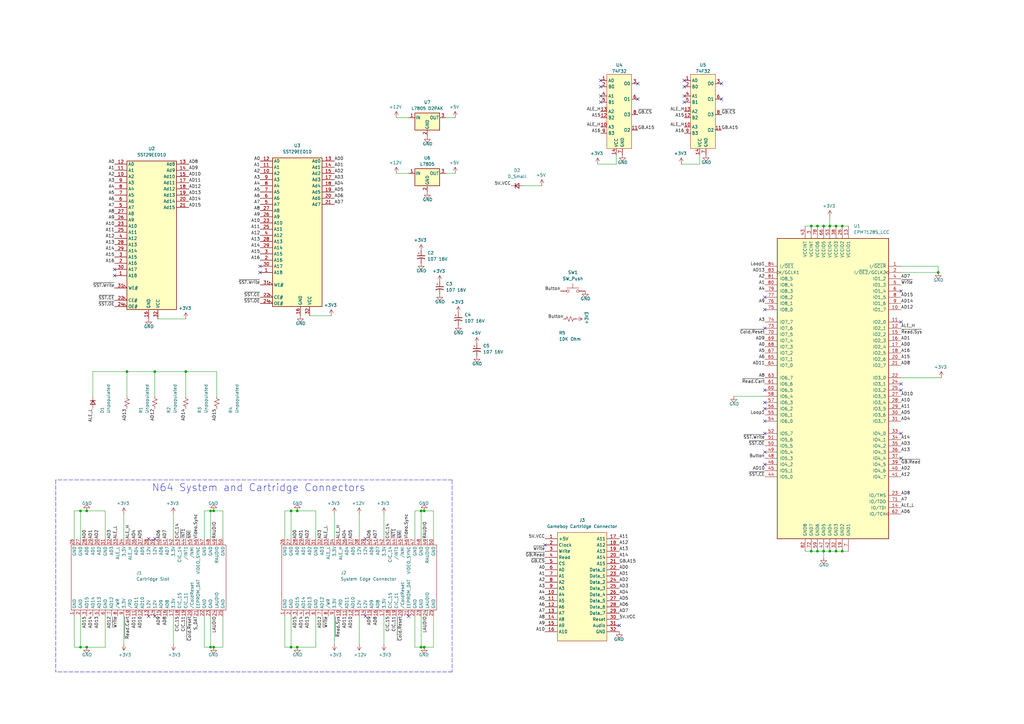
<source format=kicad_sch>
(kicad_sch (version 20231120) (generator "eeschema") (generator_version "8.0")
  (paper "A3")
  (lib_symbols
    (symbol "8bits:EPM7128S_LCC" (pin_names (offset 1.016))
      (property "Reference" "U?" (at 8.3694 53.34 0))
      (property "Value" "EPM7128S_LCC" (at 8.3694 50.8 0))
      (symbol "EPM7128S_LCC_1_1"
        (pin input line (at 27.94 38.1 180) (length 5.08) (name "I/~{GCLR}") (number "1"))
        (pin bidirectional line (at 27.94 20.32 180) (length 5.08) (name "IO1_7") (number "10"))
        (pin bidirectional line (at 27.94 15.24 180) (length 5.08) (name "IO2_0") (number "11"))
        (pin bidirectional line (at 27.94 12.7 180) (length 5.08) (name "IO2_1") (number "12"))
        (pin power_in line (at 6.35 54.61 270) (length 5.08) (name "VCCIO1") (number "13"))
        (pin bidirectional line (at 27.94 -60.96 180) (length 5.08) (name "IO/TDI") (number "14"))
        (pin bidirectional line (at 27.94 10.16 180) (length 5.08) (name "IO2_2") (number "15"))
        (pin bidirectional line (at 27.94 7.62 180) (length 5.08) (name "IO2_3") (number "16"))
        (pin bidirectional line (at 27.94 5.08 180) (length 5.08) (name "IO2_4") (number "17"))
        (pin bidirectional line (at 27.94 2.54 180) (length 5.08) (name "IO2_5") (number "18"))
        (pin power_in line (at 3.81 -78.74 90) (length 5.08) (name "GND2") (number "19"))
        (pin input clock (at 27.94 35.56 180) (length 5.08) (name "I/~{OE2}/GCLK2") (number "2"))
        (pin bidirectional line (at 27.94 0 180) (length 5.08) (name "IO2_6") (number "20"))
        (pin bidirectional line (at 27.94 -2.54 180) (length 5.08) (name "IO2_7") (number "21"))
        (pin bidirectional line (at 27.94 -7.62 180) (length 5.08) (name "IO3_0") (number "22"))
        (pin bidirectional line (at 27.94 -55.88 180) (length 5.08) (name "IO/TMS") (number "23"))
        (pin bidirectional line (at 27.94 -10.16 180) (length 5.08) (name "IO3_1") (number "24"))
        (pin bidirectional line (at 27.94 -12.7 180) (length 5.08) (name "IO3_2") (number "25"))
        (pin power_in line (at 3.81 54.61 270) (length 5.08) (name "VCCIO2") (number "26"))
        (pin bidirectional line (at 27.94 -15.24 180) (length 5.08) (name "IO3_3") (number "27"))
        (pin bidirectional line (at 27.94 -17.78 180) (length 5.08) (name "IO3_4") (number "28"))
        (pin bidirectional line (at 27.94 -20.32 180) (length 5.08) (name "IO3_5") (number "29"))
        (pin power_in line (at -8.89 54.61 270) (length 5.08) (name "VCCINT") (number "3"))
        (pin bidirectional line (at 27.94 -22.86 180) (length 5.08) (name "IO3_6") (number "30"))
        (pin bidirectional line (at 27.94 -25.4 180) (length 5.08) (name "IO3_7") (number "31"))
        (pin power_in line (at 1.27 -78.74 90) (length 5.08) (name "GND3") (number "32"))
        (pin bidirectional line (at 27.94 -30.48 180) (length 5.08) (name "IO4_0") (number "33"))
        (pin bidirectional line (at 27.94 -33.02 180) (length 5.08) (name "IO4_1") (number "34"))
        (pin bidirectional line (at 27.94 -35.56 180) (length 5.08) (name "IO4_2") (number "35"))
        (pin bidirectional line (at 27.94 -38.1 180) (length 5.08) (name "IO4_3") (number "36"))
        (pin bidirectional line (at 27.94 -40.64 180) (length 5.08) (name "IO4_4") (number "37"))
        (pin power_in line (at 1.27 54.61 270) (length 5.08) (name "VCCIO3") (number "38"))
        (pin bidirectional line (at 27.94 -43.18 180) (length 5.08) (name "IO4_5") (number "39"))
        (pin bidirectional line (at 27.94 33.02 180) (length 5.08) (name "IO1_2") (number "4"))
        (pin bidirectional line (at 27.94 -45.72 180) (length 5.08) (name "IO4_6") (number "40"))
        (pin bidirectional line (at 27.94 -48.26 180) (length 5.08) (name "IO4_7") (number "41"))
        (pin power_in line (at -1.27 -78.74 90) (length 5.08) (name "GND4") (number "42"))
        (pin power_in line (at -11.43 54.61 270) (length 5.08) (name "VCCINT") (number "43"))
        (pin bidirectional line (at -27.94 -48.26 0) (length 5.08) (name "IO5_0") (number "44"))
        (pin bidirectional line (at -27.94 -45.72 0) (length 5.08) (name "IO5_1") (number "45"))
        (pin bidirectional line (at -27.94 -43.18 0) (length 5.08) (name "IO4_2") (number "46"))
        (pin power_in line (at -3.81 -78.74 90) (length 5.08) (name "GND5") (number "47"))
        (pin bidirectional line (at -27.94 -40.64 0) (length 5.08) (name "IO5_3") (number "48"))
        (pin bidirectional line (at -27.94 -38.1 0) (length 5.08) (name "IO5_4") (number "49"))
        (pin bidirectional line (at 27.94 30.48 180) (length 5.08) (name "IO1_3") (number "5"))
        (pin bidirectional line (at -27.94 -35.56 0) (length 5.08) (name "IO5_5") (number "50"))
        (pin bidirectional line (at -27.94 -33.02 0) (length 5.08) (name "IO5_6") (number "51"))
        (pin bidirectional line (at -27.94 -30.48 0) (length 5.08) (name "IO5_7") (number "52"))
        (pin power_in line (at -1.27 54.61 270) (length 5.08) (name "VCCIO4") (number "53"))
        (pin bidirectional line (at -27.94 -25.4 0) (length 5.08) (name "IO6_0") (number "54"))
        (pin bidirectional line (at -27.94 -22.86 0) (length 5.08) (name "IO6_1") (number "55"))
        (pin bidirectional line (at -27.94 -20.32 0) (length 5.08) (name "IO6_2") (number "56"))
        (pin bidirectional line (at -27.94 -17.78 0) (length 5.08) (name "IO6_3") (number "57"))
        (pin bidirectional line (at -27.94 -15.24 0) (length 5.08) (name "IO6_4") (number "58"))
        (pin power_in line (at -6.35 -78.74 90) (length 5.08) (name "GND6") (number "59"))
        (pin bidirectional line (at 27.94 27.94 180) (length 5.08) (name "IO1_4") (number "6"))
        (pin bidirectional line (at -27.94 -12.7 0) (length 5.08) (name "IO6_5") (number "60"))
        (pin bidirectional line (at -27.94 -10.16 0) (length 5.08) (name "IO6_6") (number "61"))
        (pin bidirectional clock (at 27.94 -63.5 180) (length 5.08) (name "IO/TCK") (number "62"))
        (pin bidirectional line (at -27.94 -7.62 0) (length 5.08) (name "IO6_7") (number "63"))
        (pin bidirectional line (at -27.94 -2.54 0) (length 5.08) (name "IO7_0") (number "64"))
        (pin bidirectional line (at -27.94 0 0) (length 5.08) (name "IO7_1") (number "65"))
        (pin power_in line (at -3.81 54.61 270) (length 5.08) (name "VCCIO5") (number "66"))
        (pin bidirectional line (at -27.94 2.54 0) (length 5.08) (name "IO7_2") (number "67"))
        (pin bidirectional line (at -27.94 5.08 0) (length 5.08) (name "IO7_3") (number "68"))
        (pin bidirectional line (at -27.94 7.62 0) (length 5.08) (name "IO7_4") (number "69"))
        (pin power_in line (at 6.35 -78.74 90) (length 5.08) (name "GND1") (number "7"))
        (pin bidirectional line (at -27.94 10.16 0) (length 5.08) (name "IO7_5") (number "70"))
        (pin bidirectional line (at 27.94 -58.42 180) (length 5.08) (name "IO/TDO") (number "71"))
        (pin power_in line (at -8.89 -78.74 90) (length 5.08) (name "GND7") (number "72"))
        (pin bidirectional line (at -27.94 12.7 0) (length 5.08) (name "IO7_6") (number "73"))
        (pin bidirectional line (at -27.94 15.24 0) (length 5.08) (name "IO7_7") (number "74"))
        (pin bidirectional line (at -27.94 20.32 0) (length 5.08) (name "IO8_0") (number "75"))
        (pin bidirectional line (at -27.94 22.86 0) (length 5.08) (name "IO8_1") (number "76"))
        (pin bidirectional line (at -27.94 25.4 0) (length 5.08) (name "IO8_2") (number "77"))
        (pin power_in line (at -6.35 54.61 270) (length 5.08) (name "VCCIO6") (number "78"))
        (pin bidirectional line (at -27.94 27.94 0) (length 5.08) (name "IO8_3") (number "79"))
        (pin bidirectional line (at 27.94 25.4 180) (length 5.08) (name "IO1_5") (number "8"))
        (pin bidirectional line (at -27.94 30.48 0) (length 5.08) (name "IO8_4") (number "80"))
        (pin bidirectional line (at -27.94 33.02 0) (length 5.08) (name "IO8_5") (number "81"))
        (pin power_in line (at -11.43 -78.74 90) (length 5.08) (name "GND8") (number "82"))
        (pin input clock (at -27.94 35.56 0) (length 5.08) (name "I/GCLK1") (number "83"))
        (pin input line (at -27.94 38.1 0) (length 5.08) (name "I/~{OE1}") (number "84"))
        (pin bidirectional line (at 27.94 22.86 180) (length 5.08) (name "IO1_6") (number "9"))
      )
    )
    (symbol "Custom_Flash:SST28LF040"
      (property "Reference" "U1" (at 0 38.1 0))
      (property "Value" "SST28LF040" (at 0 35.56 0))
      (symbol "SST28LF040_1_1"
        (pin input line (at -15.24 -15.24 0) (length 5.08) (name "A18") (number "1"))
        (pin input line (at -15.24 25.4 0) (length 5.08) (name "A2") (number "10"))
        (pin input line (at -15.24 27.94 0) (length 5.08) (name "A1") (number "11"))
        (pin input line (at -15.24 30.48 0) (length 5.08) (name "A0") (number "12"))
        (pin tri_state line (at 15.24 30.48 180) (length 5.08) (name "Ad0") (number "13"))
        (pin tri_state line (at 15.24 27.94 180) (length 5.08) (name "Ad1") (number "14"))
        (pin tri_state line (at 15.24 25.4 180) (length 5.08) (name "Ad2") (number "15"))
        (pin power_in line (at 1.27 -33.02 90) (length 3.81) (name "GND") (number "16"))
        (pin tri_state line (at 15.24 22.86 180) (length 5.08) (name "Ad3") (number "17"))
        (pin tri_state line (at 15.24 20.32 180) (length 5.08) (name "Ad4") (number "18"))
        (pin tri_state line (at 15.24 17.78 180) (length 5.08) (name "Ad5") (number "19"))
        (pin input line (at -15.24 -10.16 0) (length 5.08) (name "A16") (number "2"))
        (pin tri_state line (at 15.24 15.24 180) (length 5.08) (name "Ad6") (number "20"))
        (pin tri_state line (at 15.24 12.7 180) (length 5.08) (name "Ad7") (number "21"))
        (pin input input_low (at -15.24 -25.4 0) (length 5.08) (name "CE#") (number "22"))
        (pin input line (at -15.24 5.08 0) (length 5.08) (name "A10") (number "23"))
        (pin input input_low (at -15.24 -27.94 0) (length 5.08) (name "OE#") (number "24"))
        (pin input line (at -15.24 2.54 0) (length 5.08) (name "A11") (number "25"))
        (pin input line (at -15.24 7.62 0) (length 5.08) (name "A9") (number "26"))
        (pin input line (at -15.24 10.16 0) (length 5.08) (name "A8") (number "27"))
        (pin input line (at -15.24 -2.54 0) (length 5.08) (name "A13") (number "28"))
        (pin input line (at -15.24 -5.08 0) (length 5.08) (name "A14") (number "29"))
        (pin input line (at -15.24 -7.62 0) (length 5.08) (name "A15") (number "3"))
        (pin input line (at -15.24 -12.7 0) (length 5.08) (name "A17") (number "30"))
        (pin input input_low (at -15.24 -20.32 0) (length 5.08) (name "WE#") (number "31"))
        (pin power_in line (at 5.08 -33.02 90) (length 3.81) (name "VCC") (number "32"))
        (pin input line (at -15.24 0 0) (length 5.08) (name "A12") (number "4"))
        (pin input line (at -15.24 12.7 0) (length 5.08) (name "A7") (number "5"))
        (pin input line (at -15.24 15.24 0) (length 5.08) (name "A6") (number "6"))
        (pin input line (at -15.24 17.78 0) (length 5.08) (name "A5") (number "7"))
        (pin input line (at -15.24 20.32 0) (length 5.08) (name "A4") (number "8"))
        (pin input line (at -15.24 22.86 0) (length 5.08) (name "A3") (number "9"))
      )
    )
    (symbol "Device:C_Polarized_Small_US" (pin_numbers hide) (pin_names (offset 0.254) hide)
      (property "Reference" "C" (at 0.254 1.778 0))
      (property "Value" "C_Polarized_Small_US" (at 0.254 -2.032 0))
      (symbol "C_Polarized_Small_US_1_1"
        (pin passive line (at 0 2.54 270) (length 2.032) (name "~") (number "1"))
        (pin passive line (at 0 -2.54 90) (length 2.032) (name "~") (number "2"))
      )
    )
    (symbol "Device:D_Small" (pin_numbers hide) (pin_names (offset 0.254) hide)
      (property "Reference" "D" (at -1.27 2.032 0))
      (property "Value" "D_Small" (at -3.81 -2.032 0))
      (symbol "D_Small_1_1"
        (pin passive line (at -2.54 0 0) (length 1.778) (name "K") (number "1"))
        (pin passive line (at 2.54 0 180) (length 1.778) (name "A") (number "2"))
      )
    )
    (symbol "Device:R_Small_US" (pin_numbers hide) (pin_names (offset 0.254) hide)
      (property "Reference" "R" (at 0.762 0.508 0))
      (property "Value" "R_Small_US" (at 0.762 -1.016 0))
      (symbol "R_Small_US_1_1"
        (pin passive line (at 0 2.54 270) (length 1.016) (name "~") (number "1"))
        (pin passive line (at 0 -2.54 90) (length 1.016) (name "~") (number "2"))
      )
    )
    (symbol "GBHunter:74F32"
      (property "Reference" "U5" (at 7.62 6.35 0))
      (property "Value" "74F32" (at 7.62 3.81 0))
      (symbol "74F32_0_0"
        (pin input line (at 0 0 0) (length 2.54) (name "A0") (number "1"))
        (pin input line (at 0 -19.05 0) (length 2.54) (name "A3") (number "10"))
        (pin output line (at 15.24 -20.32 180) (length 2.54) (name "O2") (number "11"))
        (pin input line (at 0 -15.24 0) (length 2.54) (name "B2") (number "12"))
        (pin input line (at 0 -12.7 0) (length 2.54) (name "A2") (number "13"))
        (pin power_in line (at 6.35 -30.48 90) (length 2.54) (name "VCC") (number "14"))
        (pin input line (at 0 -2.54 0) (length 2.54) (name "B0") (number "2"))
        (pin output line (at 15.24 -1.27 180) (length 2.54) (name "O0") (number "3"))
        (pin input line (at 0 -6.35 0) (length 2.54) (name "A1") (number "4"))
        (pin input line (at 0 -8.89 0) (length 2.54) (name "B1") (number "5"))
        (pin output line (at 15.24 -7.62 180) (length 2.54) (name "O1") (number "6"))
        (pin power_in line (at 8.89 -30.48 90) (length 2.54) (name "GND") (number "7"))
        (pin output line (at 15.24 -13.97 180) (length 2.54) (name "O3") (number "8"))
        (pin input line (at 0 -21.59 0) (length 2.54) (name "B3") (number "9"))
      )
    )
    (symbol "Gameboy:Game_Edge_Connector"
      (property "Reference" "J6" (at 0 15.24 0))
      (property "Value" "Game_Edge_Connector" (at 0 12.7 0))
      (symbol "Game_Edge_Connector_1_1"
        (pin power_in line (at -15.24 7.62 0) (length 5.08) (name "+5V") (number "1"))
        (pin bidirectional line (at -15.24 -15.24 0) (length 5.08) (name "A4") (number "10"))
        (pin bidirectional line (at -15.24 -17.78 0) (length 5.08) (name "A5") (number "11"))
        (pin bidirectional line (at -15.24 -20.32 0) (length 5.08) (name "A6") (number "12"))
        (pin bidirectional line (at -15.24 -22.86 0) (length 5.08) (name "A7") (number "13"))
        (pin bidirectional line (at -15.24 -25.4 0) (length 5.08) (name "A8") (number "14"))
        (pin bidirectional line (at -15.24 -27.94 0) (length 5.08) (name "A9") (number "15"))
        (pin bidirectional line (at -15.24 -30.48 0) (length 5.08) (name "A10") (number "16"))
        (pin bidirectional line (at 15.24 7.62 180) (length 5.08) (name "A11") (number "17"))
        (pin bidirectional line (at 15.24 5.08 180) (length 5.08) (name "A12") (number "18"))
        (pin bidirectional line (at 15.24 2.54 180) (length 5.08) (name "A13") (number "19"))
        (pin bidirectional line (at -15.24 5.08 0) (length 5.08) (name "Clock") (number "2"))
        (pin bidirectional line (at 15.24 0 180) (length 5.08) (name "A14") (number "20"))
        (pin bidirectional line (at 15.24 -2.54 180) (length 5.08) (name "A15") (number "21"))
        (pin bidirectional line (at 15.24 -5.08 180) (length 5.08) (name "Data_0") (number "22"))
        (pin bidirectional line (at 15.24 -7.62 180) (length 5.08) (name "Data_1") (number "23"))
        (pin bidirectional line (at 15.24 -10.16 180) (length 5.08) (name "Data_2") (number "24"))
        (pin bidirectional line (at 15.24 -12.7 180) (length 5.08) (name "Data_3") (number "25"))
        (pin bidirectional line (at 15.24 -15.24 180) (length 5.08) (name "Data_4") (number "26"))
        (pin bidirectional line (at 15.24 -17.78 180) (length 5.08) (name "Data_5") (number "27"))
        (pin bidirectional line (at 15.24 -20.32 180) (length 5.08) (name "Data_6") (number "28"))
        (pin bidirectional line (at 15.24 -22.86 180) (length 5.08) (name "Data_7") (number "29"))
        (pin bidirectional line (at -15.24 2.54 0) (length 5.08) (name "Write") (number "3"))
        (pin bidirectional line (at 15.24 -25.4 180) (length 5.08) (name "Reset") (number "30"))
        (pin bidirectional line (at 15.24 -27.94 180) (length 5.08) (name "Audio") (number "31"))
        (pin bidirectional line (at 15.24 -30.48 180) (length 5.08) (name "GND") (number "32"))
        (pin bidirectional line (at -15.24 0 0) (length 5.08) (name "Read") (number "4"))
        (pin bidirectional line (at -15.24 -2.54 0) (length 5.08) (name "CS") (number "5"))
        (pin bidirectional line (at -15.24 -5.08 0) (length 5.08) (name "A0") (number "6"))
        (pin bidirectional line (at -15.24 -7.62 0) (length 5.08) (name "A1") (number "7"))
        (pin bidirectional line (at -15.24 -10.16 0) (length 5.08) (name "A2") (number "8"))
        (pin bidirectional line (at -15.24 -12.7 0) (length 5.08) (name "A3") (number "9"))
      )
    )
    (symbol "N64:Edge_Connector"
      (property "Reference" "U" (at 0 2.54 0))
      (property "Value" "Edge_Connector" (at 0 0 0))
      (symbol "Edge_Connector_1_1"
        (pin power_out line (at -31.75 -15.24 90) (length 2.54) (name "GND") (number "1"))
        (pin output line (at -8.89 -15.24 90) (length 2.54) (name "/RD") (number "10"))
        (pin bidirectional line (at -6.35 -15.24 90) (length 2.54) (name "AD11") (number "11"))
        (pin bidirectional line (at -3.81 -15.24 90) (length 2.54) (name "AD10") (number "12"))
        (pin power_out line (at -1.27 -15.24 90) (length 2.54) (name "12V") (number "13"))
        (pin power_out line (at 1.27 -15.24 90) (length 2.54) (name "12V") (number "14"))
        (pin bidirectional line (at 3.81 -15.24 90) (length 2.54) (name "AD9") (number "15"))
        (pin bidirectional line (at 6.35 -15.24 90) (length 2.54) (name "AD8") (number "16"))
        (pin power_out line (at 8.89 -15.24 90) (length 2.54) (name "3.3V") (number "17"))
        (pin bidirectional line (at 11.43 -15.24 90) (length 2.54) (name "CIC_15") (number "18"))
        (pin bidirectional line (at 13.97 -15.24 90) (length 2.54) (name "CIC_11") (number "19"))
        (pin power_out line (at -29.21 -15.24 90) (length 2.54) (name "GND") (number "2"))
        (pin bidirectional line (at 16.51 -15.24 90) (length 2.54) (name "/ColdReset") (number "20"))
        (pin bidirectional line (at 19.05 -15.24 90) (length 2.54) (name "EEPROM_DAT") (number "21"))
        (pin power_out line (at 21.59 -15.24 90) (length 2.54) (name "GND") (number "22"))
        (pin power_out line (at 24.13 -15.24 90) (length 2.54) (name "GND") (number "23"))
        (pin bidirectional line (at 26.67 -15.24 90) (length 2.54) (name "LAUDIO") (number "24"))
        (pin power_out line (at 29.21 -15.24 90) (length 2.54) (name "GND") (number "25"))
        (pin power_out line (at -31.75 16.51 270) (length 2.54) (name "GND") (number "26"))
        (pin power_out line (at -29.21 16.51 270) (length 2.54) (name "GND") (number "27"))
        (pin bidirectional line (at -26.67 16.51 270) (length 2.54) (name "AD0") (number "28"))
        (pin bidirectional line (at -24.13 16.51 270) (length 2.54) (name "AD1") (number "29"))
        (pin bidirectional line (at -26.67 -15.24 90) (length 2.54) (name "AD15") (number "3"))
        (pin bidirectional line (at -21.59 16.51 270) (length 2.54) (name "AD2") (number "30"))
        (pin power_out line (at -19.05 16.51 270) (length 2.54) (name "GND") (number "31"))
        (pin bidirectional line (at -16.51 16.51 270) (length 2.54) (name "AD3") (number "32"))
        (pin output line (at -13.97 16.51 270) (length 2.54) (name "ALE_L") (number "33"))
        (pin power_out line (at -11.43 16.51 270) (length 2.54) (name "3.3V") (number "34"))
        (pin output line (at -8.89 16.51 270) (length 2.54) (name "ALE_H") (number "35"))
        (pin bidirectional line (at -6.35 16.51 270) (length 2.54) (name "AD4") (number "36"))
        (pin bidirectional line (at -3.81 16.51 270) (length 2.54) (name "AD5") (number "37"))
        (pin power_out line (at -1.27 16.51 270) (length 2.54) (name "12V") (number "38"))
        (pin power_out line (at 1.27 16.51 270) (length 2.54) (name "12V") (number "39"))
        (pin bidirectional line (at -24.13 -15.24 90) (length 2.54) (name "AD14") (number "4"))
        (pin bidirectional line (at 3.81 16.51 270) (length 2.54) (name "AD6") (number "40"))
        (pin bidirectional line (at 6.35 16.51 270) (length 2.54) (name "AD7") (number "41"))
        (pin bidirectional line (at 8.89 16.51 270) (length 2.54) (name "3.3V") (number "42"))
        (pin bidirectional line (at 11.43 16.51 270) (length 2.54) (name "CIC_14") (number "43"))
        (pin bidirectional line (at 13.97 16.51 270) (length 2.54) (name "/INT1") (number "44"))
        (pin bidirectional line (at 16.51 16.51 270) (length 2.54) (name "/NMI") (number "45"))
        (pin bidirectional line (at 19.05 16.51 270) (length 2.54) (name "VIDEO_SYNC") (number "46"))
        (pin power_out line (at 21.59 16.51 270) (length 2.54) (name "GND") (number "47"))
        (pin power_out line (at 24.13 16.51 270) (length 2.54) (name "GND") (number "48"))
        (pin bidirectional line (at 26.67 16.51 270) (length 2.54) (name "RAUDIO") (number "49"))
        (pin bidirectional line (at -21.59 -15.24 90) (length 2.54) (name "AD13") (number "5"))
        (pin power_out line (at 29.21 16.51 270) (length 2.54) (name "GND") (number "50"))
        (pin power_out line (at -19.05 -15.24 90) (length 2.54) (name "GND") (number "6"))
        (pin bidirectional line (at -16.51 -15.24 90) (length 2.54) (name "AD12") (number "7"))
        (pin output line (at -13.97 -15.24 90) (length 2.54) (name "/WR") (number "8"))
        (pin power_out line (at -11.43 -15.24 90) (length 2.54) (name "3.3V") (number "9"))
      )
    )
    (symbol "Regulator_Linear:L7805" (pin_names (offset 0.254))
      (property "Reference" "U" (at -3.81 3.175 0))
      (property "Value" "L7805" (at 0 3.175 0))
      (symbol "L7805_1_1"
        (pin power_in line (at -7.62 0 0) (length 2.54) (name "IN") (number "1"))
        (pin power_in line (at 0 -7.62 90) (length 2.54) (name "GND") (number "2"))
        (pin power_out line (at 7.62 0 180) (length 2.54) (name "OUT") (number "3"))
      )
    )
    (symbol "SST28LF040_1"
      (property "Reference" "U2" (at 0 38.1 0))
      (property "Value" "SST28LF040" (at 0 35.56 0))
      (symbol "SST28LF040_1_1_1"
        (pin input line (at -15.24 -15.24 0) (length 5.08) (name "A18") (number "1"))
        (pin input line (at -15.24 25.4 0) (length 5.08) (name "A2") (number "10"))
        (pin input line (at -15.24 27.94 0) (length 5.08) (name "A1") (number "11"))
        (pin input line (at -15.24 30.48 0) (length 5.08) (name "A0") (number "12"))
        (pin tri_state line (at 15.24 30.48 180) (length 5.08) (name "Ad8") (number "13"))
        (pin tri_state line (at 15.24 27.94 180) (length 5.08) (name "Ad9") (number "14"))
        (pin tri_state line (at 15.24 25.4 180) (length 5.08) (name "Ad10") (number "15"))
        (pin power_in line (at -1.27 -33.02 90) (length 3.81) (name "GND") (number "16"))
        (pin tri_state line (at 15.24 22.86 180) (length 5.08) (name "Ad11") (number "17"))
        (pin tri_state line (at 15.24 20.32 180) (length 5.08) (name "Ad12") (number "18"))
        (pin tri_state line (at 15.24 17.78 180) (length 5.08) (name "Ad13") (number "19"))
        (pin input line (at -15.24 -10.16 0) (length 5.08) (name "A16") (number "2"))
        (pin tri_state line (at 15.24 15.24 180) (length 5.08) (name "Ad14") (number "20"))
        (pin tri_state line (at 15.24 12.7 180) (length 5.08) (name "Ad15") (number "21"))
        (pin input input_low (at -15.24 -25.4 0) (length 5.08) (name "CE#") (number "22"))
        (pin input line (at -15.24 5.08 0) (length 5.08) (name "A10") (number "23"))
        (pin input input_low (at -15.24 -27.94 0) (length 5.08) (name "OE#") (number "24"))
        (pin input line (at -15.24 2.54 0) (length 5.08) (name "A11") (number "25"))
        (pin input line (at -15.24 7.62 0) (length 5.08) (name "A9") (number "26"))
        (pin input line (at -15.24 10.16 0) (length 5.08) (name "A8") (number "27"))
        (pin input line (at -15.24 -2.54 0) (length 5.08) (name "A13") (number "28"))
        (pin input line (at -15.24 -5.08 0) (length 5.08) (name "A14") (number "29"))
        (pin input line (at -15.24 -7.62 0) (length 5.08) (name "A15") (number "3"))
        (pin input line (at -15.24 -12.7 0) (length 5.08) (name "A17") (number "30"))
        (pin input input_low (at -15.24 -20.32 0) (length 5.08) (name "WE#") (number "31"))
        (pin power_in line (at 2.54 -33.02 90) (length 3.81) (name "VCC") (number "32"))
        (pin input line (at -15.24 0 0) (length 5.08) (name "A12") (number "4"))
        (pin input line (at -15.24 12.7 0) (length 5.08) (name "A7") (number "5"))
        (pin input line (at -15.24 15.24 0) (length 5.08) (name "A6") (number "6"))
        (pin input line (at -15.24 17.78 0) (length 5.08) (name "A5") (number "7"))
        (pin input line (at -15.24 20.32 0) (length 5.08) (name "A4") (number "8"))
        (pin input line (at -15.24 22.86 0) (length 5.08) (name "A3") (number "9"))
      )
    )
    (symbol "Switch:SW_Push" (pin_numbers hide) (pin_names (offset 1.016) hide)
      (property "Reference" "SW" (at 1.27 2.54 0))
      (property "Value" "SW_Push" (at 0 -1.524 0))
      (symbol "SW_Push_0_1"
        (pin passive line (at -5.08 0 0) (length 2.54) (name "1") (number "1"))
        (pin passive line (at 5.08 0 180) (length 2.54) (name "2") (number "2"))
      )
    )
    (symbol "power:+3V3" (power) (pin_names (offset 0))
      (property "Value" "+3V3" (at 0 3.556 0))
      (symbol "+3V3_1_1"
        (pin power_in line (at 0 0 90) (length 0) hide (name "+3V3") (number "1"))
      )
    )
    (symbol "power:GND" (power) (pin_names (offset 0))
      (property "Value" "GND" (at 0 -3.81 0))
      (symbol "GND_1_1"
        (pin power_in line (at 0 0 270) (length 0) hide (name "GND") (number "1"))
      )
    )
  )
  (junction (at 340.36 226.06))
  (junction (at 384.81 111.76))
  (junction (at 345.44 226.06))
  (junction (at 33.02 265.43))
  (junction (at 33.02 209.55))
  (junction (at 35.56 209.55))
  (junction (at 345.44 92.71))
  (junction (at 52.07 152.4))
  (junction (at 86.36 265.43))
  (junction (at 86.36 209.55))
  (junction (at 337.82 226.06))
  (junction (at 342.9 92.71))
  (junction (at 121.92 265.43))
  (junction (at 76.2 152.4))
  (junction (at 332.74 92.71))
  (junction (at 63.5 152.4))
  (junction (at 172.72 209.55))
  (junction (at 337.82 92.71))
  (junction (at 332.74 226.06))
  (junction (at 173.99 265.43))
  (junction (at 121.92 209.55))
  (junction (at 340.36 92.71))
  (junction (at 119.38 265.43))
  (junction (at 87.63 265.43))
  (junction (at 342.9 226.06))
  (junction (at 35.56 265.43))
  (junction (at 173.99 209.55))
  (junction (at 335.28 92.71))
  (junction (at 335.28 226.06))
  (junction (at 119.38 209.55))
  (junction (at 172.72 265.43))
  (junction (at 87.63 209.55))
  (no_connect (at 246.38 35.56))
  (no_connect (at 295.91 34.29))
  (no_connect (at 280.67 39.37))
  (no_connect (at 295.91 40.64))
  (no_connect (at 254 256.54))
  (no_connect (at 369.57 132.08))
  (no_connect (at 60.96 252.73))
  (no_connect (at 313.69 185.42))
  (no_connect (at 246.38 33.02))
  (no_connect (at 223.52 223.52))
  (no_connect (at 313.69 127))
  (no_connect (at 369.57 160.02))
  (no_connect (at 46.99 113.03))
  (no_connect (at 149.86 252.73))
  (no_connect (at 313.69 177.8))
  (no_connect (at 246.38 41.91))
  (no_connect (at 313.69 160.02))
  (no_connect (at 313.69 167.64))
  (no_connect (at 167.64 252.73))
  (no_connect (at 106.68 109.22))
  (no_connect (at 280.67 33.02))
  (no_connect (at 261.62 40.64))
  (no_connect (at 313.69 190.5))
  (no_connect (at 63.5 220.98))
  (no_connect (at 313.69 121.92))
  (no_connect (at 369.57 177.8))
  (no_connect (at 369.57 187.96))
  (no_connect (at 369.57 119.38))
  (no_connect (at 280.67 35.56))
  (no_connect (at 106.68 111.76))
  (no_connect (at 46.99 110.49))
  (no_connect (at 149.86 220.98))
  (no_connect (at 313.69 134.62))
  (no_connect (at 369.57 157.48))
  (no_connect (at 313.69 165.1))
  (no_connect (at 63.5 252.73))
  (no_connect (at 280.67 41.91))
  (no_connect (at 261.62 34.29))
  (no_connect (at 313.69 172.72))
  (no_connect (at 60.96 220.98))
  (no_connect (at 246.38 39.37))
  (wire (pts (xy 43.18 265.43) (xy 43.18 252.73)))
  (wire (pts (xy 63.5 152.4) (xy 63.5 162.56)))
  (polyline (pts (xy 185.42 196.85) (xy 22.86 196.85)) (stroke (width 0) (type dash)))
  (wire (pts (xy 170.18 265.43) (xy 172.72 265.43)))
  (wire (pts (xy 342.9 92.71) (xy 345.44 92.71)))
  (wire (pts (xy 177.8 220.98) (xy 177.8 209.55)))
  (wire (pts (xy 172.72 209.55) (xy 173.99 209.55)))
  (wire (pts (xy 76.2 152.4) (xy 76.2 162.56)))
  (polyline (pts (xy 185.42 196.85) (xy 185.42 275.59)) (stroke (width 0) (type dash)))
  (wire (pts (xy 86.36 220.98) (xy 86.36 209.55)))
  (wire (pts (xy 172.72 265.43) (xy 173.99 265.43)))
  (wire (pts (xy 35.56 265.43) (xy 43.18 265.43)))
  (wire (pts (xy 332.74 226.06) (xy 335.28 226.06)))
  (wire (pts (xy 335.28 92.71) (xy 337.82 92.71)))
  (wire (pts (xy 33.02 209.55) (xy 33.02 220.98)))
  (wire (pts (xy 345.44 226.06) (xy 347.98 226.06)))
  (wire (pts (xy 119.38 209.55) (xy 121.92 209.55)))
  (wire (pts (xy 121.92 265.43) (xy 129.54 265.43)))
  (wire (pts (xy 252.73 63.5) (xy 252.73 67.31)))
  (wire (pts (xy 340.36 226.06) (xy 342.9 226.06)))
  (wire (pts (xy 91.44 252.73) (xy 91.44 265.43)))
  (wire (pts (xy 33.02 209.55) (xy 35.56 209.55)))
  (wire (pts (xy 345.44 92.71) (xy 347.98 92.71)))
  (wire (pts (xy 162.56 71.12) (xy 167.64 71.12)))
  (wire (pts (xy 71.12 210.82) (xy 71.12 220.98)))
  (wire (pts (xy 119.38 252.73) (xy 119.38 265.43)))
  (wire (pts (xy 71.12 252.73) (xy 71.12 264.16)))
  (wire (pts (xy 52.07 152.4) (xy 52.07 162.56)))
  (wire (pts (xy 43.18 209.55) (xy 43.18 220.98)))
  (wire (pts (xy 30.48 265.43) (xy 33.02 265.43)))
  (wire (pts (xy 173.99 265.43) (xy 177.8 265.43)))
  (wire (pts (xy 38.1 162.56) (xy 38.1 152.4)))
  (wire (pts (xy 86.36 265.43) (xy 87.63 265.43)))
  (wire (pts (xy 116.84 209.55) (xy 116.84 220.98)))
  (wire (pts (xy 121.92 209.55) (xy 129.54 209.55)))
  (wire (pts (xy 50.8 220.98) (xy 50.8 210.82)))
  (wire (pts (xy 147.32 252.73) (xy 147.32 264.16)))
  (wire (pts (xy 38.1 152.4) (xy 52.07 152.4)))
  (wire (pts (xy 116.84 209.55) (xy 119.38 209.55)))
  (wire (pts (xy 157.48 252.73) (xy 157.48 264.16)))
  (wire (pts (xy 287.02 63.5) (xy 287.02 67.31)))
  (wire (pts (xy 330.2 226.06) (xy 332.74 226.06)))
  (wire (pts (xy 157.48 210.82) (xy 157.48 220.98)))
  (wire (pts (xy 116.84 265.43) (xy 119.38 265.43)))
  (wire (pts (xy 63.5 152.4) (xy 76.2 152.4)))
  (wire (pts (xy 252.73 67.31) (xy 245.11 67.31)))
  (wire (pts (xy 147.32 220.98) (xy 147.32 210.82)))
  (wire (pts (xy 162.56 48.26) (xy 167.64 48.26)))
  (wire (pts (xy 337.82 226.06) (xy 337.82 228.6)))
  (wire (pts (xy 116.84 265.43) (xy 116.84 252.73)))
  (wire (pts (xy 64.77 130.81) (xy 76.2 130.81)))
  (wire (pts (xy 182.88 71.12) (xy 186.69 71.12)))
  (wire (pts (xy 369.57 154.94) (xy 386.08 154.94)))
  (wire (pts (xy 87.63 265.43) (xy 91.44 265.43)))
  (wire (pts (xy 119.38 265.43) (xy 121.92 265.43)))
  (wire (pts (xy 172.72 252.73) (xy 172.72 265.43)))
  (wire (pts (xy 177.8 252.73) (xy 177.8 265.43)))
  (wire (pts (xy 129.54 265.43) (xy 129.54 252.73)))
  (polyline (pts (xy 22.86 196.85) (xy 22.86 275.59)) (stroke (width 0) (type dash)))
  (wire (pts (xy 30.48 209.55) (xy 30.48 220.98)))
  (wire (pts (xy 287.02 67.31) (xy 279.4 67.31)))
  (wire (pts (xy 332.74 92.71) (xy 335.28 92.71)))
  (wire (pts (xy 384.81 109.22) (xy 384.81 111.76)))
  (wire (pts (xy 87.63 209.55) (xy 91.44 209.55)))
  (wire (pts (xy 170.18 209.55) (xy 172.72 209.55)))
  (wire (pts (xy 340.36 92.71) (xy 342.9 92.71)))
  (wire (pts (xy 342.9 226.06) (xy 345.44 226.06)))
  (wire (pts (xy 337.82 226.06) (xy 340.36 226.06)))
  (wire (pts (xy 83.82 265.43) (xy 86.36 265.43)))
  (wire (pts (xy 369.57 111.76) (xy 384.81 111.76)))
  (polyline (pts (xy 185.42 275.59) (xy 22.86 275.59)) (stroke (width 0) (type dash)))
  (wire (pts (xy 172.72 220.98) (xy 172.72 209.55)))
  (wire (pts (xy 127 129.54) (xy 135.89 129.54)))
  (wire (pts (xy 83.82 220.98) (xy 83.82 209.55)))
  (wire (pts (xy 182.88 48.26) (xy 186.69 48.26)))
  (wire (pts (xy 214.63 76.2) (xy 222.25 76.2)))
  (wire (pts (xy 76.2 152.4) (xy 88.9 152.4)))
  (wire (pts (xy 83.82 209.55) (xy 86.36 209.55)))
  (wire (pts (xy 86.36 252.73) (xy 86.36 265.43)))
  (wire (pts (xy 33.02 252.73) (xy 33.02 265.43)))
  (wire (pts (xy 86.36 209.55) (xy 87.63 209.55)))
  (wire (pts (xy 340.36 88.9) (xy 340.36 92.71)))
  (wire (pts (xy 119.38 209.55) (xy 119.38 220.98)))
  (wire (pts (xy 137.16 252.73) (xy 137.16 264.16)))
  (wire (pts (xy 335.28 226.06) (xy 337.82 226.06)))
  (wire (pts (xy 30.48 265.43) (xy 30.48 252.73)))
  (wire (pts (xy 35.56 209.55) (xy 43.18 209.55)))
  (wire (pts (xy 52.07 152.4) (xy 63.5 152.4)))
  (wire (pts (xy 83.82 252.73) (xy 83.82 265.43)))
  (wire (pts (xy 337.82 92.71) (xy 340.36 92.71)))
  (wire (pts (xy 170.18 220.98) (xy 170.18 209.55)))
  (wire (pts (xy 33.02 265.43) (xy 35.56 265.43)))
  (wire (pts (xy 88.9 152.4) (xy 88.9 162.56)))
  (wire (pts (xy 30.48 209.55) (xy 33.02 209.55)))
  (wire (pts (xy 50.8 252.73) (xy 50.8 264.16)))
  (wire (pts (xy 300.99 162.56) (xy 313.69 162.56)))
  (wire (pts (xy 369.57 109.22) (xy 384.81 109.22)))
  (wire (pts (xy 170.18 252.73) (xy 170.18 265.43)))
  (wire (pts (xy 129.54 209.55) (xy 129.54 220.98)))
  (wire (pts (xy 137.16 220.98) (xy 137.16 210.82)))
  (wire (pts (xy 330.2 92.71) (xy 332.74 92.71)))
  (wire (pts (xy 91.44 220.98) (xy 91.44 209.55)))
  (wire (pts (xy 173.99 209.55) (xy 177.8 209.55)))
  (text "N64 System and Cartridge Connectors" (at 62.23 201.93 0) (effects (font (size 2.9972 2.9972)) (justify left bottom)))
  (label "A12" (at 106.68 96.52 180))
  (label "AD6" (at 66.04 220.98 90))
  (label "AD4" (at 142.24 220.98 90))
  (label "~{Write}" (at 369.57 116.84 0))
  (label "AD6" (at 254 248.92 0))
  (label "A14" (at 46.99 102.87 180))
  (label "~{Cold.Reset}" (at 78.74 252.73 270))
  (label "A2" (at 223.52 238.76 180))
  (label "AD15" (at 35.56 252.73 270))
  (label "AD10" (at 369.57 162.56 0))
  (label "CIC.14" (at 73.66 220.98 90))
  (label "AD4" (at 369.57 172.72 0))
  (label "A9" (at 46.99 90.17 180))
  (label "A7" (at 106.68 83.82 180))
  (label "GB.A15" (at 261.62 53.34 0))
  (label "5V.VCC" (at 223.52 220.98 180))
  (label "AD7" (at 254 251.46 0))
  (label "ALE_H" (at 280.67 52.07 180))
  (label "AD11" (at 142.24 252.73 270))
  (label "AD5" (at 58.42 220.98 90))
  (label "AD6" (at 369.57 210.82 0))
  (label "AD3" (at 254 241.3 0))
  (label "A13" (at 106.68 99.06 180))
  (label "A15" (at 106.68 104.14 180))
  (label "5V.VCC" (at 254 254 0))
  (label "A1" (at 106.68 68.58 180))
  (label "A11" (at 254 220.98 0))
  (label "ALE_H" (at 139.7 220.98 90))
  (label "AD0" (at 369.57 142.24 0))
  (label "A15" (at 246.38 48.26 180))
  (label "AD10" (at 144.78 252.73 270))
  (label "~{Read.Cart}" (at 53.34 252.73 270))
  (label "A16" (at 246.38 54.61 180))
  (label "ALE_L" (at 134.62 220.98 90))
  (label "~{Cold.Reset}" (at 165.1 252.73 270))
  (label "A3" (at 223.52 241.3 180))
  (label "~{Write}" (at 223.52 226.06 180))
  (label "AD14" (at 76.2 167.64 270))
  (label "A9" (at 313.69 124.46 180))
  (label "AD14" (at 38.1 252.73 270))
  (label "A10" (at 46.99 92.71 180))
  (label "~{Read.Cart}" (at 313.69 157.48 180))
  (label "~{SST.OE}" (at 46.99 125.73 180))
  (label "AD14" (at 124.46 252.73 270))
  (label "AD5" (at 254 246.38 0))
  (label "~{NMI}" (at 165.1 220.98 90))
  (label "~{Read.Sys}" (at 139.7 252.73 270))
  (label "AD13" (at 40.64 252.73 270))
  (label "~{INT1}" (at 76.2 220.98 90))
  (label "AD3" (at 45.72 220.98 90))
  (label "AD11" (at 313.69 149.86 180))
  (label "A16" (at 280.67 54.61 180))
  (label "AD1" (at 124.46 220.98 90))
  (label "A8" (at 46.99 87.63 180))
  (label "A6" (at 223.52 248.92 180))
  (label "A11" (at 46.99 95.25 180))
  (label "A12" (at 254 223.52 0))
  (label "AD13" (at 77.47 80.01 0))
  (label "A1" (at 313.69 116.84 180))
  (label "~{GB.CS}" (at 261.62 46.99 0))
  (label "A8" (at 313.69 154.94 180))
  (label "AD10" (at 77.47 72.39 0))
  (label "Button" (at 229.87 119.38 180))
  (label "A4" (at 46.99 77.47 180))
  (label "ALE_H" (at 246.38 45.72 180))
  (label "AD10" (at 313.69 193.04 180))
  (label "A10" (at 223.52 259.08 180))
  (label "AD11" (at 55.88 252.73 270))
  (label "Loop1" (at 313.69 109.22 180))
  (label "AD0" (at 137.16 66.04 0))
  (label "LAUDIO" (at 175.26 252.73 270))
  (label "AD14" (at 77.47 82.55 0))
  (label "AD13" (at 127 252.73 270))
  (label "~{Read.Sys}" (at 369.57 137.16 0))
  (label "AD2" (at 40.64 220.98 90))
  (label "AD3" (at 369.57 182.88 0))
  (label "AD0" (at 254 233.68 0))
  (label "AD14" (at 369.57 124.46 0))
  (label "A10" (at 369.57 165.1 0))
  (label "A11" (at 369.57 167.64 0))
  (label "A6" (at 313.69 147.32 180))
  (label "ALE_L" (at 48.26 220.98 90))
  (label "A12" (at 369.57 195.58 0))
  (label "~{SST.Write}" (at 46.99 118.11 180))
  (label "AD6" (at 152.4 220.98 90))
  (label "AD8" (at 77.47 67.31 0))
  (label "A8" (at 106.68 86.36 180))
  (label "AD9" (at 152.4 252.73 270))
  (label "A0" (at 106.68 66.04 180))
  (label "ALE_H" (at 280.67 45.72 180))
  (label "A13" (at 46.99 100.33 180))
  (label "A15" (at 46.99 105.41 180))
  (label "ALE_L" (at 369.57 208.28 0))
  (label "A11" (at 106.68 93.98 180))
  (label "AD2" (at 369.57 193.04 0))
  (label "AD12" (at 369.57 127 0))
  (label "A8" (at 223.52 254 180))
  (label "AD12" (at 77.47 77.47 0))
  (label "AD8" (at 154.94 252.73 270))
  (label "A4" (at 313.69 119.38 180))
  (label "A13" (at 254 226.06 0))
  (label "AD3" (at 132.08 220.98 90))
  (label "~{GB.CS}" (at 223.52 231.14 180))
  (label "~{SST.Write}" (at 106.68 116.84 180))
  (label "~{INT1}" (at 162.56 220.98 90))
  (label "AD8" (at 369.57 203.2 0))
  (label "ALE_H" (at 369.57 134.62 0))
  (label "AD0" (at 35.56 220.98 90))
  (label "AD4" (at 254 243.84 0))
  (label "A15" (at 280.67 48.26 180))
  (label "A1" (at 46.99 69.85 180))
  (label "AD1" (at 369.57 139.7 0))
  (label "AD8" (at 68.58 252.73 270))
  (label "A9" (at 223.52 256.54 180))
  (label "~{SST.CE}" (at 46.99 123.19 180))
  (label "LAUDIO" (at 88.9 252.73 270))
  (label "A16" (at 46.99 107.95 180))
  (label "~{Write}" (at 134.62 252.73 270))
  (label "AD11" (at 77.47 74.93 0))
  (label "AD12" (at 63.5 167.64 270))
  (label "A5" (at 313.69 144.78 180))
  (label "A3" (at 46.99 74.93 180))
  (label "A14" (at 369.57 180.34 0))
  (label "~{SST.OE}" (at 313.69 182.88 180))
  (label "AD3" (at 137.16 73.66 0))
  (label "AD13" (at 313.69 111.76 180))
  (label "~{SST.OE}" (at 106.68 124.46 180))
  (label "CIC.11" (at 162.56 252.73 270))
  (label "RAUDIO" (at 88.9 220.98 90))
  (label "AD1" (at 137.16 68.58 0))
  (label "AD1" (at 38.1 220.98 90))
  (label "AD15" (at 369.57 121.92 0))
  (label "ALE_H" (at 53.34 220.98 90))
  (label "A9" (at 106.68 88.9 180))
  (label "RAUDIO" (at 175.26 220.98 90))
  (label "~{Cold.Reset}" (at 313.69 137.16 180))
  (label "A14" (at 106.68 101.6 180))
  (label "AD15" (at 121.92 252.73 270))
  (label "AD9" (at 66.04 252.73 270))
  (label "A7" (at 46.99 85.09 180))
  (label "A3" (at 106.68 73.66 180))
  (label "~{GB.CS}" (at 295.91 46.99 0))
  (label "~{Write}" (at 48.26 252.73 270))
  (label "Button" (at 313.69 187.96 180))
  (label "AD1" (at 254 236.22 0))
  (label "A0" (at 46.99 67.31 180))
  (label "AD8" (at 369.57 149.86 0))
  (label "S_DAT" (at 81.28 252.73 270))
  (label "AD12" (at 45.72 252.73 270))
  (label "AD5" (at 137.16 78.74 0))
  (label "A2" (at 106.68 71.12 180))
  (label "A3" (at 313.69 132.08 180))
  (label "A15" (at 369.57 147.32 0))
  (label "AD7" (at 369.57 114.3 0))
  (label "A4" (at 106.68 76.2 180))
  (label "AD15" (at 77.47 85.09 0))
  (label "CIC.15" (at 160.02 252.73 270))
  (label "AD7" (at 137.16 83.82 0))
  (label "AD10" (at 58.42 252.73 270))
  (label "CIC.14" (at 160.02 220.98 90))
  (label "AD4" (at 137.16 76.2 0))
  (label "GB.A15" (at 254 231.14 0))
  (label "A5" (at 223.52 246.38 180))
  (label "AD7" (at 68.58 220.98 90))
  (label "A13" (at 369.57 185.42 0))
  (label "~{GB.Read}" (at 369.57 190.5 0))
  (label "ALE_L" (at 38.1 167.64 270))
  (label "A6" (at 106.68 81.28 180))
  (label "A6" (at 46.99 82.55 180))
  (label "AD2" (at 254 238.76 0))
  (label "A14" (at 254 228.6 0))
  (label "~{SST.CE}" (at 313.69 195.58 180))
  (label "A4" (at 223.52 243.84 180))
  (label "Button" (at 231.14 130.81 180))
  (label "A12" (at 46.99 97.79 180))
  (label "~{SST.CE}" (at 106.68 121.92 180))
  (label "AD2" (at 127 220.98 90))
  (label "AD5" (at 369.57 170.18 0))
  (label "Video.Sync" (at 81.28 220.98 90))
  (label "AD0" (at 121.92 220.98 90))
  (label "AD9" (at 77.47 69.85 0))
  (label "GB.A15" (at 295.91 53.34 0))
  (label "A7" (at 223.52 251.46 180))
  (label "A7" (at 369.57 205.74 0))
  (label "A10" (at 106.68 91.44 180))
  (label "A0" (at 223.52 233.68 180))
  (label "A5" (at 106.68 78.74 180))
  (label "A16" (at 369.57 144.78 0))
  (label "CIC.15" (at 73.66 252.73 270))
  (label "A16" (at 106.68 106.68 180))
  (label "AD2" (at 137.16 71.12 0))
  (label "~{SST.Write}" (at 313.69 180.34 180))
  (label "AD4" (at 55.88 220.98 90))
  (label "CIC.11" (at 76.2 252.73 270))
  (label "A2" (at 46.99 72.39 180))
  (label "A5" (at 46.99 80.01 180))
  (label "Video.Sync" (at 167.64 220.98 90))
  (label "AD6" (at 137.16 81.28 0))
  (label "AD15" (at 88.9 167.64 270))
  (label "A1" (at 223.52 236.22 180))
  (label "ALE_H" (at 246.38 52.07 180))
  (label "AD5" (at 144.78 220.98 90))
  (label "A0" (at 313.69 142.24 180))
  (label "AD12" (at 132.08 252.73 270))
  (label "A2" (at 313.69 114.3 180))
  (label "~{NMI}" (at 78.74 220.98 90))
  (label "AD13" (at 52.07 167.64 270))
  (label "Loop1" (at 313.69 170.18 180))
  (label "5V.VCC" (at 209.55 76.2 180))
  (label "AD9" (at 313.69 139.7 180))
  (label "~{GB.Read}" (at 223.52 228.6 180))
  (label "AD7" (at 154.94 220.98 90))
  (symbol (lib_id "Regulator_Linear:L7805") (at 175.26 48.26 0) (unit 1)
    (property "Reference" "U7" (at 175.26 41.91 0))
    (property "Value" "L7805 D2PAK" (at 175.26 44.45 0))
    (property "Footprint" "N64Boy:LM7805 D2PAK" (effects (hide yes)))
    (property "Datasheet" "http://www.st.com/content/ccc/resource/technical/document/datasheet/41/4f/b3/b0/12/d4/47/88/CD00000444.pdf/files/CD00000444.pdf/jcr:content/translations/en.CD00000444.pdf" (effects (hide yes)))
    (property "Description" "Positive 1.5A 35V Linear Regulator, Fixed Output 5V, TO-220/TO-263/TO-252" (effects (hide yes)))
  )
  (symbol (lib_id "power:+3V3") (at 222.25 76.2 0) (mirror y) (unit 1)
    (property "Reference" "#PWR041" (effects (hide yes)))
    (property "Value" "+5V" (at 221.869 71.8058 0))
  )
  (symbol (lib_id "Device:D_Small") (at 212.09 76.2 0) (unit 1)
    (property "Reference" "D2" (at 212.09 69.85 0))
    (property "Value" "D_Small" (at 212.09 72.39 0))
    (property "Footprint" "N64Boy:Diode" (effects (hide yes)))
    (property "Description" "Diode, small symbol" (effects (hide yes)))
    (property "Sim.Device" "D" (effects (hide yes)))
    (property "Sim.Pins" "1=K 2=A" (effects (hide yes)))
  )
  (symbol (lib_id "power:GND") (at 337.82 228.6 0) (unit 1)
    (property "Reference" "#PWR029" (effects (hide yes)))
    (property "Value" "GND" (at 337.947 231.7242 0))
  )
  (symbol (lib_id "power:+3V3") (at 50.8 264.16 0) (mirror x) (unit 1)
    (property "Reference" "#PWR04" (effects (hide yes)))
    (property "Value" "+3V3" (at 51.181 268.5542 0))
  )
  (symbol (lib_id "power:GND") (at 175.26 78.74 0) (unit 1)
    (property "Reference" "#PWR024" (effects (hide yes)))
    (property "Value" "GND" (at 175.387 81.8642 0))
  )
  (symbol (lib_id "power:GND") (at 60.96 130.81 0) (unit 1)
    (property "Reference" "#PWR026" (effects (hide yes)))
    (property "Value" "GND" (at 61.087 133.9342 0))
  )
  (symbol (lib_id "Device:R_Small_US") (at 76.2 165.1 180) (unit 1)
    (property "Reference" "R3" (at 81.9149 169.545 90) (effects (justify right)))
    (property "Value" "Unpopulated" (at 84.4549 169.545 90) (effects (justify right)))
    (property "Footprint" "N64Boy:0805 SMD" (effects (hide yes)))
  )
  (symbol (lib_id "power:+3V3") (at 50.8 210.82 0) (mirror y) (unit 1)
    (property "Reference" "#PWR03" (effects (hide yes)))
    (property "Value" "+3V3" (at 50.419 206.4258 0))
  )
  (symbol (lib_id "Device:R_Small_US") (at 88.9 165.1 180) (unit 1)
    (property "Reference" "R4" (at 94.6149 169.545 90) (effects (justify right)))
    (property "Value" "Unpopulated" (at 97.1549 169.545 90) (effects (justify right)))
    (property "Footprint" "N64Boy:0805 SMD" (effects (hide yes)))
  )
  (symbol (lib_id "power:+3V3") (at 157.48 264.16 0) (mirror x) (unit 1)
    (property "Reference" "#PWR014" (effects (hide yes)))
    (property "Value" "+3V3" (at 157.861 268.5542 0))
  )
  (symbol (lib_id "power:+3V3") (at 147.32 264.16 0) (mirror x) (unit 1)
    (property "Reference" "#PWR042" (effects (hide yes)))
    (property "Value" "+12V" (at 147.701 268.5542 0))
  )
  (symbol (lib_id "Device:R_Small_US") (at 52.07 165.1 180) (unit 1)
    (property "Reference" "R1" (at 57.7849 169.545 90) (effects (justify right)))
    (property "Value" "Unpopulated" (at 60.3249 169.545 90) (effects (justify right)))
    (property "Footprint" "N64Boy:0805 SMD" (effects (hide yes)))
  )
  (symbol (lib_id "power:GND") (at 289.56 63.5 0) (unit 1)
    (property "Reference" "#PWR027" (effects (hide yes)))
    (property "Value" "GND" (at 289.687 66.6242 0))
  )
  (symbol (lib_id "power:+3V3") (at 186.69 71.12 0) (mirror y) (unit 1)
    (property "Reference" "#PWR040" (effects (hide yes)))
    (property "Value" "+5V" (at 186.309 66.7258 0))
  )
  (symbol (lib_id "power:GND") (at 240.03 119.38 0) (unit 1)
    (property "Reference" "#PWR018" (effects (hide yes)))
    (property "Value" "GND" (at 240.157 122.5042 0))
  )
  (symbol (lib_id "power:+3V3") (at 172.72 102.87 0) (mirror y) (unit 1)
    (property "Reference" "#PWR031" (effects (hide yes)))
    (property "Value" "+3V3" (at 172.339 98.4758 0))
  )
  (symbol (lib_id "power:+3V3") (at 236.22 130.81 270) (mirror x) (unit 1)
    (property "Reference" "#PWR019" (effects (hide yes)))
    (property "Value" "+3V3" (at 240.6142 130.429 0))
  )
  (symbol (lib_id "power:GND") (at 300.99 162.56 0) (unit 1)
    (property "Reference" "#PWR030" (effects (hide yes)))
    (property "Value" "GND" (at 301.117 165.6842 0))
  )
  (symbol (lib_id "GBHunter:74F32") (at 280.67 33.02 0) (unit 1)
    (property "Reference" "U5" (at 288.29 26.67 0))
    (property "Value" "74F32" (at 288.29 29.21 0))
    (property "Footprint" "N64Boy:74F32 DIP14" (effects (hide yes)))
  )
  (symbol (lib_id "Regulator_Linear:L7805") (at 175.26 71.12 0) (unit 1)
    (property "Reference" "U6" (at 175.26 64.77 0))
    (property "Value" "L7805" (at 175.26 67.31 0))
    (property "Footprint" "N64Boy:LM7805" (effects (hide yes)))
    (property "Datasheet" "http://www.st.com/content/ccc/resource/technical/document/datasheet/41/4f/b3/b0/12/d4/47/88/CD00000444.pdf/files/CD00000444.pdf/jcr:content/translations/en.CD00000444.pdf" (effects (hide yes)))
    (property "Description" "Positive 1.5A 35V Linear Regulator, Fixed Output 5V, TO-220/TO-263/TO-252" (effects (hide yes)))
  )
  (symbol (lib_id "power:+3V3") (at 71.12 210.82 0) (mirror y) (unit 1)
    (property "Reference" "#PWR05" (effects (hide yes)))
    (property "Value" "+3V3" (at 70.739 206.4258 0))
  )
  (symbol (lib_id "power:+3V3") (at 386.08 154.94 0) (mirror y) (unit 1)
    (property "Reference" "#PWR037" (effects (hide yes)))
    (property "Value" "+3V3" (at 385.699 150.5458 0))
  )
  (symbol (lib_id "power:+3V3") (at 279.4 67.31 0) (mirror y) (unit 1)
    (property "Reference" "#PWR034" (effects (hide yes)))
    (property "Value" "+3V3" (at 279.019 62.9158 0))
  )
  (symbol (lib_id "power:+3V3") (at 195.58 140.97 0) (mirror y) (unit 1)
    (property "Reference" "#PWR039" (effects (hide yes)))
    (property "Value" "+5V" (at 195.199 136.5758 0))
  )
  (symbol (lib_id "N64:Edge_Connector") (at 62.23 237.49 0) (unit 1)
    (property "Reference" "J1" (at 55.88 234.95 0) (effects (justify left)))
    (property "Value" "Cartridge Slot" (at 55.88 237.49 0) (effects (justify left)))
    (property "Footprint" "N64Boy:Middle Connector" (effects (hide yes)))
  )
  (symbol (lib_id "Device:R_Small_US") (at 233.68 130.81 90) (unit 1)
    (property "Reference" "R5" (at 229.235 136.5249 90) (effects (justify right)))
    (property "Value" "10K Ohm" (at 229.235 139.0649 90) (effects (justify right)))
    (property "Footprint" "N64Boy:0805 SMD" (effects (hide yes)))
  )
  (symbol (lib_id "Device:C_Polarized_Small_US") (at 180.34 118.11 0) (unit 1)
    (property "Reference" "C3" (at 182.88 116.4081 0) (effects (justify left)))
    (property "Value" "107 16V" (at 182.88 118.9481 0) (effects (justify left)))
    (property "Footprint" "N64Boy:Tantalum Caps" (effects (hide yes)))
    (property "Description" "Polarized capacitor, small US symbol" (effects (hide yes)))
  )
  (symbol (lib_id "8bits:EPM7128S_LCC") (at 341.63 147.32 0) (unit 1)
    (property "Reference" "U1" (at 350.1741 92.71 0) (effects (justify left)))
    (property "Value" "EPM7128S_LCC" (at 350.1741 95.25 0) (effects (justify left)))
    (property "Footprint" "N64Boy:EPM7128" (effects (hide yes)))
  )
  (symbol (lib_id "power:+3V3") (at 157.48 210.82 0) (mirror y) (unit 1)
    (property "Reference" "#PWR013" (effects (hide yes)))
    (property "Value" "+3V3" (at 157.099 206.4258 0))
  )
  (symbol (lib_id "power:GND") (at 121.92 265.43 0) (unit 1)
    (property "Reference" "#PWR010" (effects (hide yes)))
    (property "Value" "GND" (at 122.047 268.5542 0))
  )
  (symbol (lib_id "power:GND") (at 255.27 63.5 0) (unit 1)
    (property "Reference" "#PWR046" (effects (hide yes)))
    (property "Value" "GND" (at 255.397 66.6242 0))
  )
  (symbol (lib_id "power:GND") (at 35.56 209.55 0) (mirror x) (unit 1)
    (property "Reference" "#PWR01" (effects (hide yes)))
    (property "Value" "GND" (at 35.687 206.4258 0))
  )
  (symbol (lib_id "Device:C_Polarized_Small_US") (at 187.96 130.81 0) (unit 1)
    (property "Reference" "C4" (at 190.5 129.1081 0) (effects (justify left)))
    (property "Value" "107 16V" (at 190.5 131.6481 0) (effects (justify left)))
    (property "Footprint" "N64Boy:Tantalum Caps" (effects (hide yes)))
    (property "Description" "Polarized capacitor, small US symbol" (effects (hide yes)))
  )
  (symbol (lib_id "Device:C_Polarized_Small_US") (at 195.58 143.51 0) (unit 1)
    (property "Reference" "C5" (at 198.12 141.8081 0) (effects (justify left)))
    (property "Value" "107 16V" (at 198.12 144.3481 0) (effects (justify left)))
    (property "Footprint" "N64Boy:Tantalum Caps" (effects (hide yes)))
    (property "Description" "Polarized capacitor, small US symbol" (effects (hide yes)))
  )
  (symbol (lib_id "Device:C_Polarized_Small_US") (at 172.72 105.41 0) (unit 1)
    (property "Reference" "C2" (at 175.26 103.7081 0) (effects (justify left)))
    (property "Value" "107 16V" (at 175.26 106.2481 0) (effects (justify left)))
    (property "Footprint" "N64Boy:Tantalum Caps" (effects (hide yes)))
    (property "Description" "Polarized capacitor, small US symbol" (effects (hide yes)))
  )
  (symbol (lib_id "power:+3V3") (at 162.56 71.12 0) (mirror y) (unit 1)
    (property "Reference" "#PWR044" (effects (hide yes)))
    (property "Value" "+12V" (at 162.179 66.7258 0))
  )
  (symbol (lib_id "Custom_Flash:SST28LF040") (at 121.92 96.52 0) (unit 1)
    (property "Reference" "U3" (at 121.92 59.69 0))
    (property "Value" "SST29EE010" (at 121.92 62.23 0))
    (property "Footprint" "N64Boy:PLCC32" (effects (hide yes)))
  )
  (symbol (lib_id "power:GND") (at 35.56 265.43 0) (unit 1)
    (property "Reference" "#PWR02" (effects (hide yes)))
    (property "Value" "GND" (at 35.687 268.5542 0))
  )
  (symbol (lib_id "power:GND") (at 87.63 265.43 0) (mirror y) (unit 1)
    (property "Reference" "#PWR08" (effects (hide yes)))
    (property "Value" "GND" (at 87.503 268.5542 0))
  )
  (symbol (lib_id "power:GND") (at 172.72 107.95 0) (unit 1)
    (property "Reference" "#PWR022" (effects (hide yes)))
    (property "Value" "GND" (at 172.847 111.0742 0))
  )
  (symbol (lib_id "Switch:SW_Push") (at 234.95 119.38 0) (unit 1)
    (property "Reference" "SW1" (at 234.95 111.76 0))
    (property "Value" "SW_Push" (at 234.95 114.3 0))
    (property "Footprint" "N64Boy:Switch" (effects (hide yes)))
  )
  (symbol (lib_id "power:GND") (at 175.26 55.88 0) (unit 1)
    (property "Reference" "#PWR048" (effects (hide yes)))
    (property "Value" "GND" (at 175.387 59.0042 0))
  )
  (symbol (lib_id "power:+3V3") (at 135.89 129.54 0) (mirror y) (unit 1)
    (property "Reference" "#PWR036" (effects (hide yes)))
    (property "Value" "+3V3" (at 135.509 125.1458 0))
  )
  (symbol (lib_name "SST28LF040_1") (lib_id "Custom_Flash:SST28LF040") (at 62.23 97.79 0) (unit 1)
    (property "Reference" "U2" (at 62.23 60.96 0))
    (property "Value" "SST29EE010" (at 62.23 63.5 0))
    (property "Footprint" "N64Boy:PLCC32" (effects (hide yes)))
  )
  (symbol (lib_id "power:GND") (at 195.58 146.05 0) (unit 1)
    (property "Reference" "#PWR023" (effects (hide yes)))
    (property "Value" "GND" (at 195.707 149.1742 0))
  )
  (symbol (lib_id "power:+3V3") (at 71.12 264.16 0) (mirror x) (unit 1)
    (property "Reference" "#PWR06" (effects (hide yes)))
    (property "Value" "+3V3" (at 71.501 268.5542 0))
  )
  (symbol (lib_id "power:GND") (at 187.96 133.35 0) (unit 1)
    (property "Reference" "#PWR020" (effects (hide yes)))
    (property "Value" "GND" (at 188.087 136.4742 0))
  )
  (symbol (lib_id "power:GND") (at 123.19 129.54 0) (unit 1)
    (property "Reference" "#PWR025" (effects (hide yes)))
    (property "Value" "GND" (at 123.317 132.6642 0))
  )
  (symbol (lib_id "power:+3V3") (at 180.34 115.57 0) (mirror y) (unit 1)
    (property "Reference" "#PWR032" (effects (hide yes)))
    (property "Value" "+3V3" (at 179.959 111.1758 0))
  )
  (symbol (lib_id "N64:Edge_Connector") (at 148.59 237.49 0) (unit 1)
    (property "Reference" "J2" (at 139.7 234.95 0) (effects (justify left)))
    (property "Value" "System Edge Connector" (at 139.7 237.49 0) (effects (justify left)))
    (property "Footprint" "N64Boy:Edge Connector" (effects (hide yes)))
  )
  (symbol (lib_id "Gameboy:Game_Edge_Connector") (at 238.76 228.6 0) (unit 1)
    (property "Reference" "J3" (at 238.76 213.36 0))
    (property "Value" "Gameboy Cartridge Connector" (at 238.76 215.9 0))
    (property "Footprint" "N64Boy:Gameboy Connector" (effects (hide yes)))
  )
  (symbol (lib_id "power:GND") (at 173.99 265.43 0) (mirror y) (unit 1)
    (property "Reference" "#PWR016" (effects (hide yes)))
    (property "Value" "GND" (at 173.863 268.5542 0))
  )
  (symbol (lib_id "Device:D_Small") (at 38.1 165.1 270) (unit 1)
    (property "Reference" "D1" (at 41.91 166.878 0) (effects (justify left)))
    (property "Value" "Unpopulated" (at 44.45 157.48 0) (effects (justify left)))
    (property "Footprint" "N64Boy:Diode" (effects (hide yes)))
    (property "Description" "Diode, small symbol" (effects (hide yes)))
    (property "Sim.Device" "D" (effects (hide yes)))
    (property "Sim.Pins" "1=K 2=A" (effects (hide yes)))
  )
  (symbol (lib_id "power:+3V3") (at 186.69 48.26 0) (mirror y) (unit 1)
    (property "Reference" "#PWR049" (effects (hide yes)))
    (property "Value" "+5V" (at 186.309 43.8658 0))
  )
  (symbol (lib_id "power:+3V3") (at 187.96 128.27 0) (mirror y) (unit 1)
    (property "Reference" "#PWR033" (effects (hide yes)))
    (property "Value" "+3V3" (at 187.579 123.8758 0))
  )
  (symbol (lib_id "power:GND") (at 384.81 111.76 0) (unit 1)
    (property "Reference" "#PWR028" (effects (hide yes)))
    (property "Value" "GND" (at 384.937 114.8842 0))
  )
  (symbol (lib_id "power:+3V3") (at 245.11 67.31 0) (mirror y) (unit 1)
    (property "Reference" "#PWR045" (effects (hide yes)))
    (property "Value" "+3V3" (at 244.729 62.9158 0))
  )
  (symbol (lib_id "power:+3V3") (at 147.32 210.82 0) (mirror y) (unit 1)
    (property "Reference" "#PWR043" (effects (hide yes)))
    (property "Value" "+12V" (at 146.939 206.4258 0))
  )
  (symbol (lib_id "power:GND") (at 173.99 209.55 180) (unit 1)
    (property "Reference" "#PWR015" (effects (hide yes)))
    (property "Value" "GND" (at 173.863 206.4258 0))
  )
  (symbol (lib_id "power:+3V3") (at 340.36 88.9 0) (mirror y) (unit 1)
    (property "Reference" "#PWR038" (effects (hide yes)))
    (property "Value" "+3V3" (at 339.979 84.5058 0))
  )
  (symbol (lib_id "power:+3V3") (at 137.16 210.82 0) (mirror y) (unit 1)
    (property "Reference" "#PWR011" (effects (hide yes)))
    (property "Value" "+3V3" (at 136.779 206.4258 0))
  )
  (symbol (lib_id "power:GND") (at 180.34 120.65 0) (unit 1)
    (property "Reference" "#PWR021" (effects (hide yes)))
    (property "Value" "GND" (at 180.467 123.7742 0))
  )
  (symbol (lib_id "power:GND") (at 87.63 209.55 180) (unit 1)
    (property "Reference" "#PWR07" (effects (hide yes)))
    (property "Value" "GND" (at 87.503 206.4258 0))
  )
  (symbol (lib_id "Device:R_Small_US") (at 63.5 165.1 180) (unit 1)
    (property "Reference" "R2" (at 69.2149 169.545 90) (effects (justify right)))
    (property "Value" "Unpopulated" (at 71.7549 169.545 90) (effects (justify right)))
    (property "Footprint" "N64Boy:0805 SMD" (effects (hide yes)))
  )
  (symbol (lib_id "GBHunter:74F32") (at 246.38 33.02 0) (unit 1)
    (property "Reference" "U4" (at 254 26.67 0))
    (property "Value" "74F32" (at 254 29.21 0))
    (property "Footprint" "N64Boy:74F32 SOIC" (effects (hide yes)))
  )
  (symbol (lib_id "power:GND") (at 121.92 209.55 0) (mirror x) (unit 1)
    (property "Reference" "#PWR09" (effects (hide yes)))
    (property "Value" "GND" (at 122.047 206.4258 0))
  )
  (symbol (lib_id "power:+3V3") (at 162.56 48.26 0) (mirror y) (unit 1)
    (property "Reference" "#PWR047" (effects (hide yes)))
    (property "Value" "+12V" (at 162.179 43.8658 0))
  )
  (symbol (lib_id "power:GND") (at 254 259.08 0) (mirror y) (unit 1)
    (property "Reference" "#PWR017" (effects (hide yes)))
    (property "Value" "GND" (at 253.873 262.2042 0))
  )
  (symbol (lib_id "power:+3V3") (at 137.16 264.16 0) (mirror x) (unit 1)
    (property "Reference" "#PWR012" (effects (hide yes)))
    (property "Value" "+3V3" (at 137.541 268.5542 0))
  )
  (symbol (lib_id "power:+3V3") (at 76.2 130.81 0) (mirror y) (unit 1)
    (property "Reference" "#PWR035" (effects (hide yes)))
    (property "Value" "+3V3" (at 75.819 126.4158 0))
  )
)
</source>
